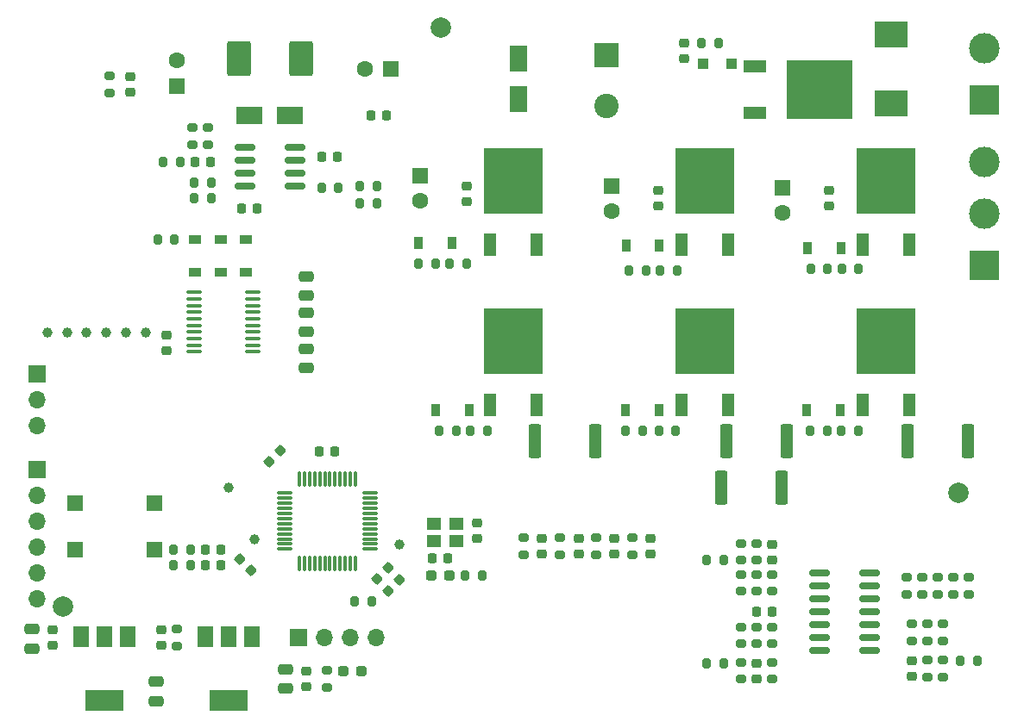
<source format=gbr>
%TF.GenerationSoftware,KiCad,Pcbnew,(6.0.4)*%
%TF.CreationDate,2023-07-08T23:20:56+08:00*%
%TF.ProjectId,STM32G431CBT6,53544d33-3247-4343-9331-434254362e6b,rev?*%
%TF.SameCoordinates,Original*%
%TF.FileFunction,Soldermask,Top*%
%TF.FilePolarity,Negative*%
%FSLAX46Y46*%
G04 Gerber Fmt 4.6, Leading zero omitted, Abs format (unit mm)*
G04 Created by KiCad (PCBNEW (6.0.4)) date 2023-07-08 23:20:56*
%MOMM*%
%LPD*%
G01*
G04 APERTURE LIST*
G04 Aperture macros list*
%AMRoundRect*
0 Rectangle with rounded corners*
0 $1 Rounding radius*
0 $2 $3 $4 $5 $6 $7 $8 $9 X,Y pos of 4 corners*
0 Add a 4 corners polygon primitive as box body*
4,1,4,$2,$3,$4,$5,$6,$7,$8,$9,$2,$3,0*
0 Add four circle primitives for the rounded corners*
1,1,$1+$1,$2,$3*
1,1,$1+$1,$4,$5*
1,1,$1+$1,$6,$7*
1,1,$1+$1,$8,$9*
0 Add four rect primitives between the rounded corners*
20,1,$1+$1,$2,$3,$4,$5,0*
20,1,$1+$1,$4,$5,$6,$7,0*
20,1,$1+$1,$6,$7,$8,$9,0*
20,1,$1+$1,$8,$9,$2,$3,0*%
G04 Aperture macros list end*
%ADD10C,2.000000*%
%ADD11RoundRect,0.225000X-0.250000X0.225000X-0.250000X-0.225000X0.250000X-0.225000X0.250000X0.225000X0*%
%ADD12R,3.000000X3.000000*%
%ADD13C,3.000000*%
%ADD14RoundRect,0.200000X-0.275000X0.200000X-0.275000X-0.200000X0.275000X-0.200000X0.275000X0.200000X0*%
%ADD15R,0.900000X1.200000*%
%ADD16RoundRect,0.225000X0.250000X-0.225000X0.250000X0.225000X-0.250000X0.225000X-0.250000X-0.225000X0*%
%ADD17RoundRect,0.200000X0.200000X0.275000X-0.200000X0.275000X-0.200000X-0.275000X0.200000X-0.275000X0*%
%ADD18RoundRect,0.225000X-0.017678X0.335876X-0.335876X0.017678X0.017678X-0.335876X0.335876X-0.017678X0*%
%ADD19RoundRect,0.200000X-0.200000X-0.275000X0.200000X-0.275000X0.200000X0.275000X-0.200000X0.275000X0*%
%ADD20C,1.000000*%
%ADD21RoundRect,0.237500X-0.287500X-0.237500X0.287500X-0.237500X0.287500X0.237500X-0.287500X0.237500X0*%
%ADD22R,1.700000X1.700000*%
%ADD23O,1.700000X1.700000*%
%ADD24RoundRect,0.250000X-0.362500X-1.425000X0.362500X-1.425000X0.362500X1.425000X-0.362500X1.425000X0*%
%ADD25RoundRect,0.250000X-0.475000X0.250000X-0.475000X-0.250000X0.475000X-0.250000X0.475000X0.250000X0*%
%ADD26RoundRect,0.225000X0.225000X0.250000X-0.225000X0.250000X-0.225000X-0.250000X0.225000X-0.250000X0*%
%ADD27RoundRect,0.200000X0.275000X-0.200000X0.275000X0.200000X-0.275000X0.200000X-0.275000X-0.200000X0*%
%ADD28R,1.500000X1.500000*%
%ADD29R,1.600000X1.600000*%
%ADD30C,1.600000*%
%ADD31R,2.400000X2.400000*%
%ADD32C,2.400000*%
%ADD33RoundRect,0.150000X0.825000X0.150000X-0.825000X0.150000X-0.825000X-0.150000X0.825000X-0.150000X0*%
%ADD34RoundRect,0.225000X-0.225000X-0.250000X0.225000X-0.250000X0.225000X0.250000X-0.225000X0.250000X0*%
%ADD35R,1.200000X2.200000*%
%ADD36R,5.800000X6.400000*%
%ADD37RoundRect,0.100000X-0.637500X-0.100000X0.637500X-0.100000X0.637500X0.100000X-0.637500X0.100000X0*%
%ADD38RoundRect,0.237500X0.287500X0.237500X-0.287500X0.237500X-0.287500X-0.237500X0.287500X-0.237500X0*%
%ADD39R,1.200000X0.900000*%
%ADD40RoundRect,0.235000X0.940000X1.465000X-0.940000X1.465000X-0.940000X-1.465000X0.940000X-1.465000X0*%
%ADD41R,2.500000X1.800000*%
%ADD42RoundRect,0.075000X0.662500X0.075000X-0.662500X0.075000X-0.662500X-0.075000X0.662500X-0.075000X0*%
%ADD43RoundRect,0.075000X0.075000X0.662500X-0.075000X0.662500X-0.075000X-0.662500X0.075000X-0.662500X0*%
%ADD44R,2.200000X1.200000*%
%ADD45R,6.400000X5.800000*%
%ADD46RoundRect,0.150000X-0.825000X-0.150000X0.825000X-0.150000X0.825000X0.150000X-0.825000X0.150000X0*%
%ADD47RoundRect,0.250000X0.475000X-0.250000X0.475000X0.250000X-0.475000X0.250000X-0.475000X-0.250000X0*%
%ADD48R,1.500000X2.000000*%
%ADD49R,3.800000X2.000000*%
%ADD50RoundRect,0.225000X0.335876X0.017678X0.017678X0.335876X-0.335876X-0.017678X-0.017678X-0.335876X0*%
%ADD51R,1.800000X2.500000*%
%ADD52R,3.300000X2.500000*%
%ADD53R,1.100000X1.100000*%
%ADD54R,1.400000X1.200000*%
G04 APERTURE END LIST*
D10*
%TO.C,REF\u002A\u002A*%
X112776000Y-61976000D03*
%TD*%
%TO.C,REF\u002A\u002A*%
X163576000Y-107696000D03*
%TD*%
%TO.C,REF\u002A\u002A*%
X75692000Y-118872000D03*
%TD*%
D11*
%TO.C,C25*%
X134112000Y-77965000D03*
X134112000Y-79515000D03*
%TD*%
D12*
%TO.C,J5*%
X166116000Y-69088000D03*
D13*
X166116000Y-64008000D03*
%TD*%
D14*
%TO.C,R40*%
X160528000Y-124143000D03*
X160528000Y-125793000D03*
%TD*%
D15*
%TO.C,D6*%
X110618000Y-83186000D03*
X113918000Y-83186000D03*
%TD*%
D16*
%TO.C,C10*%
X145288000Y-114300000D03*
X145288000Y-112750000D03*
%TD*%
D17*
%TO.C,R4*%
X105981000Y-118364000D03*
X104331000Y-118364000D03*
%TD*%
D15*
%TO.C,D8*%
X130938000Y-99568000D03*
X134238000Y-99568000D03*
%TD*%
D18*
%TO.C,C6*%
X107599513Y-115054284D03*
X106503497Y-116150300D03*
%TD*%
D14*
%TO.C,R52*%
X101600000Y-125159000D03*
X101600000Y-126809000D03*
%TD*%
D19*
%TO.C,R31*%
X113666000Y-85218000D03*
X115316000Y-85218000D03*
%TD*%
D20*
%TO.C,TP7*%
X81889600Y-91948000D03*
%TD*%
D21*
%TO.C,D1*%
X111901000Y-115824000D03*
X113651000Y-115824000D03*
%TD*%
D22*
%TO.C,J1*%
X73152000Y-96027000D03*
D23*
X73152000Y-98567000D03*
X73152000Y-101107000D03*
%TD*%
D24*
%TO.C,R43*%
X140801500Y-102616000D03*
X146726500Y-102616000D03*
%TD*%
D20*
%TO.C,TP4*%
X76098400Y-91948000D03*
%TD*%
D25*
%TO.C,C40*%
X72644000Y-121093000D03*
X72644000Y-122993000D03*
%TD*%
D14*
%TO.C,R13*%
X161544000Y-116015000D03*
X161544000Y-117665000D03*
%TD*%
D26*
%TO.C,C7*%
X102375000Y-103632000D03*
X100825000Y-103632000D03*
%TD*%
D17*
%TO.C,R39*%
X132588000Y-101600000D03*
X130938000Y-101600000D03*
%TD*%
D20*
%TO.C,TP9*%
X91948000Y-107188000D03*
%TD*%
D24*
%TO.C,R44*%
X140293500Y-107188000D03*
X146218500Y-107188000D03*
%TD*%
D27*
%TO.C,R23*%
X145288000Y-122554000D03*
X145288000Y-120904000D03*
%TD*%
D11*
%TO.C,C24*%
X122707918Y-112192000D03*
X122707918Y-113742000D03*
%TD*%
D28*
%TO.C,key_1*%
X76872000Y-113284000D03*
X84672000Y-113284000D03*
%TD*%
D19*
%TO.C,R3*%
X115190000Y-115824000D03*
X116840000Y-115824000D03*
%TD*%
D20*
%TO.C,TP2*%
X94488000Y-112268000D03*
%TD*%
D17*
%TO.C,R51*%
X140017000Y-63500000D03*
X138367000Y-63500000D03*
%TD*%
%TO.C,R35*%
X165417000Y-124218000D03*
X163767000Y-124218000D03*
%TD*%
D22*
%TO.C,J2*%
X98816000Y-121920000D03*
D23*
X101356000Y-121920000D03*
X103896000Y-121920000D03*
X106436000Y-121920000D03*
%TD*%
D20*
%TO.C,TP1*%
X108712000Y-112776000D03*
%TD*%
D19*
%TO.C,R53*%
X88583000Y-77216000D03*
X90233000Y-77216000D03*
%TD*%
D29*
%TO.C,C41*%
X86868000Y-67730380D03*
D30*
X86868000Y-65230380D03*
%TD*%
D14*
%TO.C,R34*%
X160528000Y-120587000D03*
X160528000Y-122237000D03*
%TD*%
%TO.C,R58*%
X89916000Y-71819000D03*
X89916000Y-73469000D03*
%TD*%
D31*
%TO.C,C29*%
X129032000Y-64732041D03*
D32*
X129032000Y-69732041D03*
%TD*%
D19*
%TO.C,R8*%
X138875000Y-114275000D03*
X140525000Y-114275000D03*
%TD*%
D18*
%TO.C,C8*%
X97068008Y-103591992D03*
X95971992Y-104688008D03*
%TD*%
D14*
%TO.C,R25*%
X143764000Y-120904000D03*
X143764000Y-122554000D03*
%TD*%
D16*
%TO.C,C42*%
X82296000Y-68339000D03*
X82296000Y-66789000D03*
%TD*%
D27*
%TO.C,R60*%
X80264000Y-68389000D03*
X80264000Y-66739000D03*
%TD*%
D11*
%TO.C,C4*%
X116332000Y-110653000D03*
X116332000Y-112203000D03*
%TD*%
D33*
%TO.C,U4*%
X98487000Y-77597000D03*
X98487000Y-76327000D03*
X98487000Y-75057000D03*
X98487000Y-73787000D03*
X93537000Y-73787000D03*
X93537000Y-75057000D03*
X93537000Y-76327000D03*
X93537000Y-77597000D03*
%TD*%
D34*
%TO.C,C34*%
X93205000Y-79756000D03*
X94755000Y-79756000D03*
%TD*%
D19*
%TO.C,R48*%
X152137294Y-85692962D03*
X153787294Y-85692962D03*
%TD*%
D16*
%TO.C,C18*%
X143764000Y-125985000D03*
X143764000Y-124435000D03*
%TD*%
D19*
%TO.C,R19*%
X85013000Y-82804000D03*
X86663000Y-82804000D03*
%TD*%
D14*
%TO.C,R14*%
X164592000Y-116015000D03*
X164592000Y-117665000D03*
%TD*%
D35*
%TO.C,Q3*%
X136405000Y-83365000D03*
D36*
X138685000Y-77065000D03*
D35*
X140965000Y-83365000D03*
%TD*%
D37*
%TO.C,U3*%
X88577500Y-88007000D03*
X88577500Y-88657000D03*
X88577500Y-89307000D03*
X88577500Y-89957000D03*
X88577500Y-90607000D03*
X88577500Y-91257000D03*
X88577500Y-91907000D03*
X88577500Y-92557000D03*
X88577500Y-93207000D03*
X88577500Y-93857000D03*
X94302500Y-93857000D03*
X94302500Y-93207000D03*
X94302500Y-92557000D03*
X94302500Y-91907000D03*
X94302500Y-91257000D03*
X94302500Y-90607000D03*
X94302500Y-89957000D03*
X94302500Y-89307000D03*
X94302500Y-88657000D03*
X94302500Y-88007000D03*
%TD*%
D27*
%TO.C,R18*%
X158496000Y-117665000D03*
X158496000Y-116015000D03*
%TD*%
D29*
%TO.C,C23*%
X146304000Y-77724000D03*
D30*
X146304000Y-80224000D03*
%TD*%
D11*
%TO.C,C39*%
X74676000Y-121145000D03*
X74676000Y-122695000D03*
%TD*%
D38*
%TO.C,D14*%
X105015000Y-125234000D03*
X103265000Y-125234000D03*
%TD*%
D39*
%TO.C,D4*%
X88702000Y-86074000D03*
X88702000Y-82774000D03*
%TD*%
D22*
%TO.C,J3*%
X73152000Y-105410000D03*
D23*
X73152000Y-107950000D03*
X73152000Y-110490000D03*
X73152000Y-113030000D03*
X73152000Y-115570000D03*
X73152000Y-118110000D03*
%TD*%
D18*
%TO.C,C5*%
X108752008Y-116291992D03*
X107655992Y-117388008D03*
%TD*%
D27*
%TO.C,R16*%
X128016000Y-113792000D03*
X128016000Y-112142000D03*
%TD*%
%TO.C,R45*%
X120904000Y-113792000D03*
X120904000Y-112142000D03*
%TD*%
D16*
%TO.C,C11*%
X129819922Y-113742000D03*
X129819922Y-112192000D03*
%TD*%
D11*
%TO.C,C35*%
X85344000Y-121145000D03*
X85344000Y-122695000D03*
%TD*%
D29*
%TO.C,C21*%
X110744000Y-76541621D03*
D30*
X110744000Y-79041621D03*
%TD*%
D40*
%TO.C,L1*%
X99037000Y-65024000D03*
X92987000Y-65024000D03*
%TD*%
D41*
%TO.C,D15*%
X98012000Y-70612000D03*
X94012000Y-70612000D03*
%TD*%
D27*
%TO.C,R27*%
X124511836Y-113792000D03*
X124511836Y-112142000D03*
%TD*%
D20*
%TO.C,TP5*%
X78028800Y-91948000D03*
%TD*%
D42*
%TO.C,U1*%
X105818500Y-113240000D03*
X105818500Y-112740000D03*
X105818500Y-112240000D03*
X105818500Y-111740000D03*
X105818500Y-111240000D03*
X105818500Y-110740000D03*
X105818500Y-110240000D03*
X105818500Y-109740000D03*
X105818500Y-109240000D03*
X105818500Y-108740000D03*
X105818500Y-108240000D03*
X105818500Y-107740000D03*
D43*
X104406000Y-106327500D03*
X103906000Y-106327500D03*
X103406000Y-106327500D03*
X102906000Y-106327500D03*
X102406000Y-106327500D03*
X101906000Y-106327500D03*
X101406000Y-106327500D03*
X100906000Y-106327500D03*
X100406000Y-106327500D03*
X99906000Y-106327500D03*
X99406000Y-106327500D03*
X98906000Y-106327500D03*
D42*
X97493500Y-107740000D03*
X97493500Y-108240000D03*
X97493500Y-108740000D03*
X97493500Y-109240000D03*
X97493500Y-109740000D03*
X97493500Y-110240000D03*
X97493500Y-110740000D03*
X97493500Y-111240000D03*
X97493500Y-111740000D03*
X97493500Y-112240000D03*
X97493500Y-112740000D03*
X97493500Y-113240000D03*
D43*
X98906000Y-114652500D03*
X99406000Y-114652500D03*
X99906000Y-114652500D03*
X100406000Y-114652500D03*
X100906000Y-114652500D03*
X101406000Y-114652500D03*
X101906000Y-114652500D03*
X102406000Y-114652500D03*
X102906000Y-114652500D03*
X103406000Y-114652500D03*
X103906000Y-114652500D03*
X104406000Y-114652500D03*
%TD*%
D24*
%TO.C,R50*%
X158581500Y-102616000D03*
X164506500Y-102616000D03*
%TD*%
D44*
%TO.C,Q7*%
X143628000Y-65792000D03*
D45*
X149928000Y-68072000D03*
D44*
X143628000Y-70352000D03*
%TD*%
D17*
%TO.C,R55*%
X87185000Y-75184000D03*
X85535000Y-75184000D03*
%TD*%
D19*
%TO.C,R56*%
X101092000Y-77724000D03*
X102742000Y-77724000D03*
%TD*%
D17*
%TO.C,R28*%
X114300000Y-101600000D03*
X112650000Y-101600000D03*
%TD*%
D34*
%TO.C,C1*%
X89649000Y-114808000D03*
X91199000Y-114808000D03*
%TD*%
D19*
%TO.C,R41*%
X134303000Y-85852000D03*
X135953000Y-85852000D03*
%TD*%
D14*
%TO.C,R57*%
X86868000Y-121095000D03*
X86868000Y-122745000D03*
%TD*%
D27*
%TO.C,R24*%
X145288000Y-126035000D03*
X145288000Y-124385000D03*
%TD*%
D19*
%TO.C,R42*%
X134177000Y-101600000D03*
X135827000Y-101600000D03*
%TD*%
D17*
%TO.C,R46*%
X150739294Y-85692962D03*
X149089294Y-85692962D03*
%TD*%
D24*
%TO.C,R32*%
X122005500Y-102616000D03*
X127930500Y-102616000D03*
%TD*%
D26*
%TO.C,C31*%
X107455000Y-70612000D03*
X105905000Y-70612000D03*
%TD*%
D35*
%TO.C,Q1*%
X117609000Y-83365000D03*
D36*
X119889000Y-77065000D03*
D35*
X122169000Y-83365000D03*
%TD*%
D16*
%TO.C,C15*%
X133375918Y-113742000D03*
X133375918Y-112192000D03*
%TD*%
D27*
%TO.C,R12*%
X143764000Y-114350000D03*
X143764000Y-112700000D03*
%TD*%
D11*
%TO.C,C20*%
X115316000Y-77572000D03*
X115316000Y-79122000D03*
%TD*%
D19*
%TO.C,R1*%
X86551000Y-114808000D03*
X88201000Y-114808000D03*
%TD*%
D46*
%TO.C,U2*%
X149925000Y-115570000D03*
X149925000Y-116840000D03*
X149925000Y-118110000D03*
X149925000Y-119380000D03*
X149925000Y-120650000D03*
X149925000Y-121920000D03*
X149925000Y-123190000D03*
X154875000Y-123190000D03*
X154875000Y-121920000D03*
X154875000Y-120650000D03*
X154875000Y-119380000D03*
X154875000Y-118110000D03*
X154875000Y-116840000D03*
X154875000Y-115570000D03*
%TD*%
D14*
%TO.C,R11*%
X143764000Y-115748000D03*
X143764000Y-117398000D03*
%TD*%
D26*
%TO.C,C37*%
X90183000Y-75184000D03*
X88633000Y-75184000D03*
%TD*%
D17*
%TO.C,R54*%
X90233000Y-78740000D03*
X88583000Y-78740000D03*
%TD*%
D29*
%TO.C,C30*%
X107862380Y-66040000D03*
D30*
X105362380Y-66040000D03*
%TD*%
D17*
%TO.C,R5*%
X106489000Y-77597000D03*
X104839000Y-77597000D03*
%TD*%
%TO.C,R38*%
X132905000Y-85852000D03*
X131255000Y-85852000D03*
%TD*%
D27*
%TO.C,R9*%
X145288000Y-117398000D03*
X145288000Y-115748000D03*
%TD*%
D12*
%TO.C,J4*%
X166116000Y-85344000D03*
D13*
X166116000Y-80264000D03*
X166116000Y-75184000D03*
%TD*%
D14*
%TO.C,R33*%
X159004000Y-120587000D03*
X159004000Y-122237000D03*
%TD*%
D35*
%TO.C,Q4*%
X136405000Y-99113000D03*
D36*
X138685000Y-92813000D03*
D35*
X140965000Y-99113000D03*
%TD*%
D34*
%TO.C,C12*%
X143738000Y-119380000D03*
X145288000Y-119380000D03*
%TD*%
D15*
%TO.C,D5*%
X112268000Y-99568000D03*
X115568000Y-99568000D03*
%TD*%
D27*
%TO.C,R59*%
X88392000Y-73469000D03*
X88392000Y-71819000D03*
%TD*%
D15*
%TO.C,D10*%
X148718000Y-99568000D03*
X152018000Y-99568000D03*
%TD*%
D35*
%TO.C,Q6*%
X154185000Y-99113000D03*
D36*
X156465000Y-92813000D03*
D35*
X158745000Y-99113000D03*
%TD*%
D16*
%TO.C,C16*%
X85852000Y-93739000D03*
X85852000Y-92189000D03*
%TD*%
D39*
%TO.C,D3*%
X91178500Y-86074000D03*
X91178500Y-82774000D03*
%TD*%
D20*
%TO.C,TP3*%
X74168000Y-91948000D03*
%TD*%
D14*
%TO.C,R15*%
X160020000Y-116015000D03*
X160020000Y-117665000D03*
%TD*%
D29*
%TO.C,C26*%
X129540000Y-77557621D03*
D30*
X129540000Y-80057621D03*
%TD*%
D20*
%TO.C,TP8*%
X79959200Y-91948000D03*
%TD*%
D35*
%TO.C,Q5*%
X154185000Y-83365000D03*
D36*
X156465000Y-77065000D03*
D35*
X158745000Y-83365000D03*
%TD*%
D17*
%TO.C,R47*%
X150685000Y-101600000D03*
X149035000Y-101600000D03*
%TD*%
D27*
%TO.C,R7*%
X142240000Y-117398000D03*
X142240000Y-115748000D03*
%TD*%
D17*
%TO.C,R29*%
X112268000Y-85218000D03*
X110618000Y-85218000D03*
%TD*%
D27*
%TO.C,R36*%
X162052000Y-125793000D03*
X162052000Y-124143000D03*
%TD*%
D15*
%TO.C,D7*%
X130953326Y-83434109D03*
X134253326Y-83434109D03*
%TD*%
D11*
%TO.C,C19*%
X126315754Y-112192000D03*
X126315754Y-113742000D03*
%TD*%
D39*
%TO.C,D2*%
X93655000Y-86074000D03*
X93655000Y-82774000D03*
%TD*%
D35*
%TO.C,Q2*%
X117609000Y-99113000D03*
D36*
X119889000Y-92813000D03*
D35*
X122169000Y-99113000D03*
%TD*%
D27*
%TO.C,R17*%
X163068000Y-117665000D03*
X163068000Y-116015000D03*
%TD*%
D47*
%TO.C,C13*%
X99568000Y-88326000D03*
X99568000Y-86426000D03*
%TD*%
D19*
%TO.C,R6*%
X104839000Y-79248000D03*
X106489000Y-79248000D03*
%TD*%
D20*
%TO.C,TP6*%
X83820000Y-91948000D03*
%TD*%
D48*
%TO.C,U5*%
X94248000Y-121818000D03*
D49*
X91948000Y-128118000D03*
D48*
X91948000Y-121818000D03*
X89648000Y-121818000D03*
%TD*%
D19*
%TO.C,R2*%
X86551000Y-113284000D03*
X88201000Y-113284000D03*
%TD*%
D26*
%TO.C,C38*%
X102642000Y-74676000D03*
X101092000Y-74676000D03*
%TD*%
D34*
%TO.C,C3*%
X111917000Y-114134000D03*
X113467000Y-114134000D03*
%TD*%
D27*
%TO.C,R22*%
X142240000Y-122554000D03*
X142240000Y-120904000D03*
%TD*%
D47*
%TO.C,C33*%
X97536000Y-126934000D03*
X97536000Y-125034000D03*
%TD*%
D34*
%TO.C,C2*%
X89649000Y-113284000D03*
X91199000Y-113284000D03*
%TD*%
D47*
%TO.C,C14*%
X99568000Y-91882000D03*
X99568000Y-89982000D03*
%TD*%
D50*
%TO.C,C9*%
X94138135Y-115294696D03*
X93042119Y-114198680D03*
%TD*%
D28*
%TO.C,reset1*%
X76872000Y-108712000D03*
X84672000Y-108712000D03*
%TD*%
D15*
%TO.C,D9*%
X148772294Y-83660962D03*
X152072294Y-83660962D03*
%TD*%
D47*
%TO.C,C17*%
X99568000Y-95438000D03*
X99568000Y-93538000D03*
%TD*%
D51*
%TO.C,D13*%
X120396000Y-69056000D03*
X120396000Y-65056000D03*
%TD*%
D11*
%TO.C,C27*%
X150876000Y-77965000D03*
X150876000Y-79515000D03*
%TD*%
%TO.C,C28*%
X136652000Y-63475000D03*
X136652000Y-65025000D03*
%TD*%
D16*
%TO.C,C32*%
X99568000Y-126759000D03*
X99568000Y-125209000D03*
%TD*%
D14*
%TO.C,R10*%
X142240000Y-112700000D03*
X142240000Y-114350000D03*
%TD*%
D47*
%TO.C,C36*%
X84836000Y-128191000D03*
X84836000Y-126291000D03*
%TD*%
D19*
%TO.C,R49*%
X152083000Y-101600000D03*
X153733000Y-101600000D03*
%TD*%
D14*
%TO.C,R26*%
X142240000Y-124385000D03*
X142240000Y-126035000D03*
%TD*%
D27*
%TO.C,R37*%
X162052000Y-122237000D03*
X162052000Y-120587000D03*
%TD*%
D19*
%TO.C,R30*%
X115698000Y-101600000D03*
X117348000Y-101600000D03*
%TD*%
D52*
%TO.C,D11*%
X156972000Y-62640000D03*
X156972000Y-69440000D03*
%TD*%
D48*
%TO.C,U6*%
X82056000Y-121818000D03*
D49*
X79756000Y-128118000D03*
D48*
X79756000Y-121818000D03*
X77456000Y-121818000D03*
%TD*%
D16*
%TO.C,C22*%
X159004000Y-125743000D03*
X159004000Y-124193000D03*
%TD*%
D19*
%TO.C,R21*%
X138875000Y-124460000D03*
X140525000Y-124460000D03*
%TD*%
D53*
%TO.C,D12*%
X138547000Y-65532000D03*
X141347000Y-65532000D03*
%TD*%
D27*
%TO.C,R20*%
X131572000Y-113792000D03*
X131572000Y-112142000D03*
%TD*%
D54*
%TO.C,Y1*%
X114300000Y-110744000D03*
X112100000Y-110744000D03*
X112100000Y-112444000D03*
X114300000Y-112444000D03*
%TD*%
M02*

</source>
